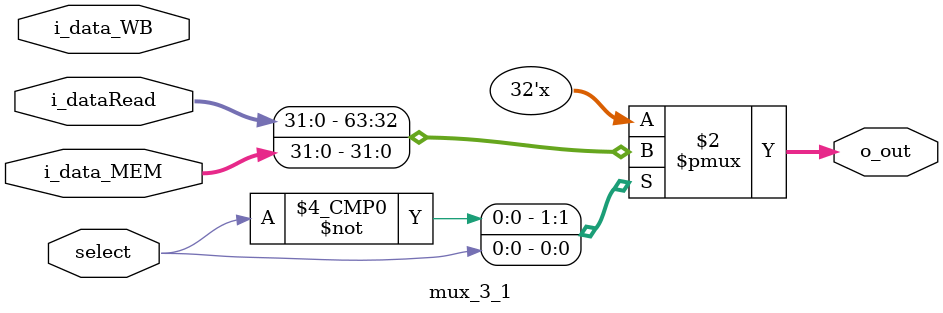
<source format=v>
module mux_3_1 #(
    parameter NBITS = 32
  ) (
    input  [NBITS-1:0] i_dataRead, //! Entrada del dato de lectura de la etapa ID
    input  [NBITS-1:0] i_data_MEM, //! Entrada del dato de la etapa MEM
    input  [NBITS-1:0] i_data_WB,  //! Entrada del dato de la etapa WB
    input  select, //! Selector

    output [NBITS-1:0] o_out  //! Salida de acuerdo a la elección del selector
  );

  always @(*)
  begin
    case (select)
      2'b00 :
        o_out = i_dataRead;
      2'b01 :
        o_out = i_data_MEM;
      2'b10 :
        o_out = i_data_WB;
      default:
        o_out = 0;
    endcase

  end


endmodule

</source>
